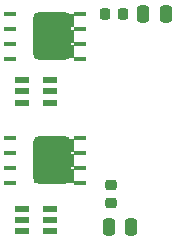
<source format=gbr>
%TF.GenerationSoftware,KiCad,Pcbnew,9.0.6*%
%TF.CreationDate,2026-02-11T21:56:19+01:00*%
%TF.ProjectId,High Side OR ing,48696768-2053-4696-9465-204f5220696e,A*%
%TF.SameCoordinates,Original*%
%TF.FileFunction,Paste,Top*%
%TF.FilePolarity,Positive*%
%FSLAX46Y46*%
G04 Gerber Fmt 4.6, Leading zero omitted, Abs format (unit mm)*
G04 Created by KiCad (PCBNEW 9.0.6) date 2026-02-11 21:56:19*
%MOMM*%
%LPD*%
G01*
G04 APERTURE LIST*
G04 Aperture macros list*
%AMRoundRect*
0 Rectangle with rounded corners*
0 $1 Rounding radius*
0 $2 $3 $4 $5 $6 $7 $8 $9 X,Y pos of 4 corners*
0 Add a 4 corners polygon primitive as box body*
4,1,4,$2,$3,$4,$5,$6,$7,$8,$9,$2,$3,0*
0 Add four circle primitives for the rounded corners*
1,1,$1+$1,$2,$3*
1,1,$1+$1,$4,$5*
1,1,$1+$1,$6,$7*
1,1,$1+$1,$8,$9*
0 Add four rect primitives between the rounded corners*
20,1,$1+$1,$2,$3,$4,$5,0*
20,1,$1+$1,$4,$5,$6,$7,0*
20,1,$1+$1,$6,$7,$8,$9,0*
20,1,$1+$1,$8,$9,$2,$3,0*%
G04 Aperture macros list end*
%ADD10C,0.000000*%
%ADD11RoundRect,0.225000X0.250000X-0.225000X0.250000X0.225000X-0.250000X0.225000X-0.250000X-0.225000X0*%
%ADD12R,1.016000X0.457200*%
%ADD13RoundRect,0.472875X-1.103375X-1.544625X1.103375X-1.544625X1.103375X1.544625X-1.103375X1.544625X0*%
%ADD14RoundRect,0.250000X0.250000X0.475000X-0.250000X0.475000X-0.250000X-0.475000X0.250000X-0.475000X0*%
%ADD15R,1.219200X0.533400*%
%ADD16RoundRect,0.225000X0.225000X0.250000X-0.225000X0.250000X-0.225000X-0.250000X0.225000X-0.250000X0*%
G04 APERTURE END LIST*
D10*
%TO.C,Q1*%
G36*
X192608400Y-88153067D02*
G01*
X191005000Y-88153067D01*
X191005000Y-87049200D01*
X192608400Y-87049200D01*
X192608400Y-88153067D01*
G37*
G36*
X192608400Y-89456934D02*
G01*
X191005000Y-89456934D01*
X191005000Y-88353066D01*
X192608400Y-88353066D01*
X192608400Y-89456934D01*
G37*
G36*
X192608400Y-90760800D02*
G01*
X191005000Y-90760800D01*
X191005000Y-89656933D01*
X192608400Y-89656933D01*
X192608400Y-90760800D01*
G37*
G36*
X194411800Y-88153067D02*
G01*
X192808400Y-88153067D01*
X192808400Y-87049200D01*
X194411800Y-87049200D01*
X194411800Y-88153067D01*
G37*
G36*
X194411800Y-89456934D02*
G01*
X192808400Y-89456934D01*
X192808400Y-88353066D01*
X194411800Y-88353066D01*
X194411800Y-89456934D01*
G37*
G36*
X194411800Y-90760800D02*
G01*
X192808400Y-90760800D01*
X192808400Y-89656933D01*
X194411800Y-89656933D01*
X194411800Y-90760800D01*
G37*
%TO.C,Q2*%
G36*
X192608400Y-77613067D02*
G01*
X191005000Y-77613067D01*
X191005000Y-76509200D01*
X192608400Y-76509200D01*
X192608400Y-77613067D01*
G37*
G36*
X192608400Y-78916934D02*
G01*
X191005000Y-78916934D01*
X191005000Y-77813066D01*
X192608400Y-77813066D01*
X192608400Y-78916934D01*
G37*
G36*
X192608400Y-80220800D02*
G01*
X191005000Y-80220800D01*
X191005000Y-79116933D01*
X192608400Y-79116933D01*
X192608400Y-80220800D01*
G37*
G36*
X194411800Y-77613067D02*
G01*
X192808400Y-77613067D01*
X192808400Y-76509200D01*
X194411800Y-76509200D01*
X194411800Y-77613067D01*
G37*
G36*
X194411800Y-78916934D02*
G01*
X192808400Y-78916934D01*
X192808400Y-77813066D01*
X194411800Y-77813066D01*
X194411800Y-78916934D01*
G37*
G36*
X194411800Y-80220800D02*
G01*
X192808400Y-80220800D01*
X192808400Y-79116933D01*
X194411800Y-79116933D01*
X194411800Y-80220800D01*
G37*
%TD*%
D11*
%TO.C,R2*%
X197500000Y-92500000D03*
X197500000Y-90950000D03*
%TD*%
D12*
%TO.C,Q1*%
X189000000Y-87000000D03*
X189000000Y-88270000D03*
X189000000Y-89540000D03*
X189000000Y-90810000D03*
X194892800Y-90810000D03*
D13*
X192570150Y-88887500D03*
D12*
X194892800Y-89540000D03*
X194892800Y-88270000D03*
X194892800Y-87000000D03*
%TD*%
D14*
%TO.C,C2*%
X199250000Y-94500000D03*
X197350000Y-94500000D03*
%TD*%
D15*
%TO.C,U2*%
X192336800Y-94900002D03*
X192336800Y-93950001D03*
X192336800Y-93000000D03*
X190000000Y-93000000D03*
X190000000Y-93950001D03*
X190000000Y-94900002D03*
%TD*%
D14*
%TO.C,C1*%
X202150000Y-76500000D03*
X200250000Y-76500000D03*
%TD*%
D16*
%TO.C,R1*%
X198550000Y-76500000D03*
X197000000Y-76500000D03*
%TD*%
D12*
%TO.C,Q2*%
X189000000Y-76460000D03*
X189000000Y-77730000D03*
X189000000Y-79000000D03*
X189000000Y-80270000D03*
X194892800Y-80270000D03*
D13*
X192570150Y-78347500D03*
D12*
X194892800Y-79000000D03*
X194892800Y-77730000D03*
X194892800Y-76460000D03*
%TD*%
D15*
%TO.C,U1*%
X192336800Y-84000000D03*
X192336800Y-83049999D03*
X192336800Y-82099998D03*
X190000000Y-82099998D03*
X190000000Y-83049999D03*
X190000000Y-84000000D03*
%TD*%
M02*

</source>
